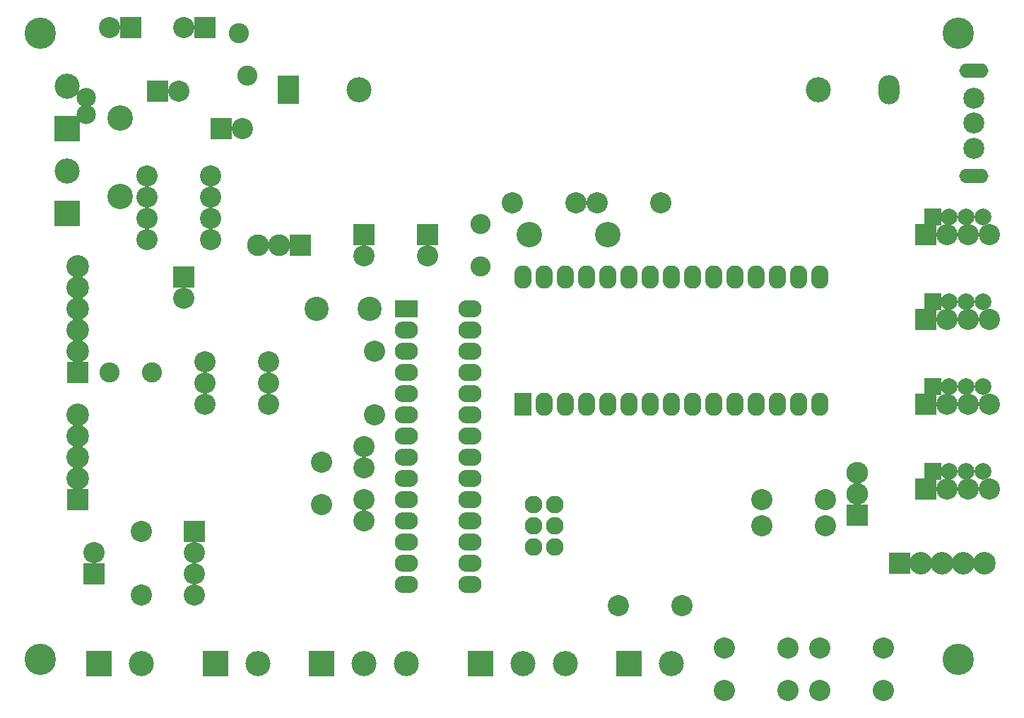
<source format=gbs>
G04 #@! TF.FileFunction,Soldermask,Bot*
%FSLAX46Y46*%
G04 Gerber Fmt 4.6, Leading zero omitted, Abs format (unit mm)*
G04 Created by KiCad (PCBNEW 4.0.4-stable) date 06/22/17 17:56:04*
%MOMM*%
%LPD*%
G01*
G04 APERTURE LIST*
%ADD10C,0.150000*%
%ADD11R,3.007360X3.007360*%
%ADD12C,3.007360*%
%ADD13C,2.308000*%
%ADD14C,3.008000*%
%ADD15R,2.508000X3.508000*%
%ADD16O,2.508000X3.508000*%
%ADD17R,2.540000X2.540000*%
%ADD18C,2.540000*%
%ADD19C,2.413000*%
%ADD20C,3.048000*%
%ADD21O,2.794000X2.082800*%
%ADD22R,2.794000X2.082800*%
%ADD23R,2.082800X2.794000*%
%ADD24O,2.082800X2.794000*%
%ADD25R,2.008000X2.008000*%
%ADD26C,2.008000*%
%ADD27R,2.608580X2.608580*%
%ADD28C,2.707640*%
%ADD29C,2.108200*%
%ADD30C,2.908300*%
%ADD31C,2.608580*%
%ADD32C,2.508000*%
%ADD33O,3.508000X1.708000*%
%ADD34C,3.758000*%
G04 APERTURE END LIST*
D10*
D11*
X10160000Y72390000D03*
D12*
X10160000Y77470000D03*
D13*
X12446000Y74041000D03*
X12446000Y76073000D03*
D14*
X100155000Y77040000D03*
D15*
X36655000Y77040000D03*
D16*
X108655000Y77040000D03*
D14*
X45155000Y77040000D03*
D17*
X20955000Y76835000D03*
D18*
X23495000Y76835000D03*
D17*
X28575000Y72390000D03*
D18*
X31115000Y72390000D03*
D17*
X24130000Y54610000D03*
D18*
X24130000Y52070000D03*
D17*
X45720000Y59690000D03*
D18*
X45720000Y57150000D03*
D17*
X53340000Y59690000D03*
D18*
X53340000Y57150000D03*
D19*
X59690000Y60960000D03*
X59690000Y55880000D03*
X20320000Y43180000D03*
X15240000Y43180000D03*
D18*
X45720000Y31750000D03*
X45720000Y34290000D03*
X45720000Y27940000D03*
X45720000Y25400000D03*
X25400000Y16510000D03*
X25400000Y19050000D03*
X25400000Y21590000D03*
D17*
X25400000Y24130000D03*
D18*
X13335000Y21590000D03*
D17*
X13335000Y19050000D03*
D20*
X74930000Y59690000D03*
X65532000Y59690000D03*
X16510000Y73660000D03*
X16510000Y64262000D03*
D18*
X15240000Y84455000D03*
D17*
X17780000Y84455000D03*
D18*
X24130000Y84455000D03*
D17*
X26670000Y84455000D03*
D21*
X50800000Y48260000D03*
X50800000Y45720000D03*
X50800000Y43180000D03*
X50800000Y40640000D03*
X50800000Y38100000D03*
X50800000Y35560000D03*
X50800000Y33020000D03*
X50800000Y30480000D03*
X50800000Y27940000D03*
X50800000Y25400000D03*
X50800000Y22860000D03*
X50800000Y20320000D03*
X50800000Y17780000D03*
D22*
X50800000Y50800000D03*
D21*
X58420000Y17780000D03*
X58420000Y20320000D03*
X58420000Y22860000D03*
X58420000Y25400000D03*
X58420000Y27940000D03*
X58420000Y30480000D03*
X58420000Y33020000D03*
X58420000Y35560000D03*
X58420000Y38100000D03*
X58420000Y40640000D03*
X58420000Y43180000D03*
X58420000Y45720000D03*
X58420000Y48260000D03*
X58420000Y50800000D03*
D23*
X64770000Y39370000D03*
D24*
X67310000Y39370000D03*
X69850000Y39370000D03*
X72390000Y39370000D03*
X74930000Y39370000D03*
X77470000Y39370000D03*
X80010000Y39370000D03*
X82550000Y39370000D03*
X85090000Y39370000D03*
X87630000Y39370000D03*
X90170000Y39370000D03*
X92710000Y39370000D03*
X95250000Y39370000D03*
X97790000Y39370000D03*
X100330000Y39370000D03*
X100330000Y54610000D03*
X97790000Y54610000D03*
X95250000Y54610000D03*
X92710000Y54610000D03*
X90170000Y54610000D03*
X87630000Y54610000D03*
X85090000Y54610000D03*
X82550000Y54610000D03*
X80010000Y54610000D03*
X77470000Y54610000D03*
X74930000Y54610000D03*
X72390000Y54610000D03*
X69850000Y54610000D03*
X67310000Y54610000D03*
X64770000Y54610000D03*
D11*
X13970000Y8255000D03*
D12*
X19050000Y8255000D03*
D11*
X27940000Y8255000D03*
D12*
X33020000Y8255000D03*
X69850000Y8255000D03*
D11*
X59690000Y8255000D03*
D12*
X64770000Y8255000D03*
X50800000Y8255000D03*
D11*
X40640000Y8255000D03*
D12*
X45720000Y8255000D03*
D11*
X77470000Y8255000D03*
D12*
X82550000Y8255000D03*
D17*
X113030000Y49530000D03*
D18*
X115570000Y49530000D03*
X118110000Y49530000D03*
X120650000Y49530000D03*
D25*
X113840000Y51641000D03*
D26*
X115840000Y51641000D03*
X117840000Y51641000D03*
X119840000Y51641000D03*
D17*
X113030000Y39370000D03*
D18*
X115570000Y39370000D03*
X118110000Y39370000D03*
X120650000Y39370000D03*
D25*
X113840000Y41481000D03*
D26*
X115840000Y41481000D03*
X117840000Y41481000D03*
X119840000Y41481000D03*
D27*
X11430000Y27940000D03*
D28*
X11430000Y30480000D03*
X11430000Y33020000D03*
X11430000Y35560000D03*
X11430000Y38100000D03*
D17*
X113030000Y59690000D03*
D18*
X115570000Y59690000D03*
X118110000Y59690000D03*
X120650000Y59690000D03*
D25*
X113840000Y61801000D03*
D26*
X115840000Y61801000D03*
X117840000Y61801000D03*
X119840000Y61801000D03*
D29*
X66040000Y22225000D03*
X68580000Y22225000D03*
X66040000Y24765000D03*
X68580000Y24765000D03*
X66040000Y27305000D03*
X68580000Y27305000D03*
D27*
X11430000Y43180000D03*
D28*
X11430000Y45720000D03*
X11430000Y48260000D03*
X11430000Y50800000D03*
X11430000Y53340000D03*
X11430000Y55880000D03*
D17*
X113030000Y29210000D03*
D18*
X115570000Y29210000D03*
X118110000Y29210000D03*
X120650000Y29210000D03*
D25*
X113840000Y31321000D03*
D26*
X115840000Y31321000D03*
X117840000Y31321000D03*
X119840000Y31321000D03*
D27*
X109855000Y20320000D03*
D28*
X112395000Y20320000D03*
X114935000Y20320000D03*
X117475000Y20320000D03*
X120015000Y20320000D03*
D18*
X26670000Y41910000D03*
X34290000Y41910000D03*
X26670000Y44450000D03*
X34290000Y44450000D03*
X26670000Y39370000D03*
X34290000Y39370000D03*
X76200000Y15240000D03*
X83820000Y15240000D03*
X19050000Y24130000D03*
X19050000Y16510000D03*
X63500000Y63500000D03*
X71120000Y63500000D03*
X73660000Y63500000D03*
X81280000Y63500000D03*
X19685000Y64135000D03*
X27305000Y64135000D03*
X19685000Y66675000D03*
X27305000Y66675000D03*
X19685000Y61595000D03*
X27305000Y61595000D03*
X19685000Y59055000D03*
X27305000Y59055000D03*
X46990000Y38100000D03*
X46990000Y45720000D03*
X100965000Y27940000D03*
X93345000Y27940000D03*
X93345000Y24765000D03*
X100965000Y24765000D03*
X107950000Y10160000D03*
X107950000Y5080000D03*
X100330000Y10160000D03*
X100330000Y5080000D03*
X96520000Y10160000D03*
X96520000Y5080000D03*
X88900000Y10160000D03*
X88900000Y5080000D03*
D30*
X40005000Y50800000D03*
X46355000Y50800000D03*
D31*
X35560000Y58420000D03*
X33020000Y58420000D03*
D27*
X38100000Y58420000D03*
D18*
X40640000Y27305000D03*
X40640000Y32385000D03*
D19*
X31750000Y78740000D03*
X30750000Y83840000D03*
D11*
X10160000Y62230000D03*
D12*
X10160000Y67310000D03*
D31*
X104775000Y31115000D03*
X104775000Y28575000D03*
D27*
X104775000Y26035000D03*
D32*
X118770400Y73017380D03*
X118745000Y76025000D03*
X118745000Y70025000D03*
D33*
X118745000Y79325000D03*
X118745000Y66725000D03*
D34*
X6905000Y8810000D03*
X6905000Y83810000D03*
X116905000Y83810000D03*
X116905000Y8810000D03*
M02*

</source>
